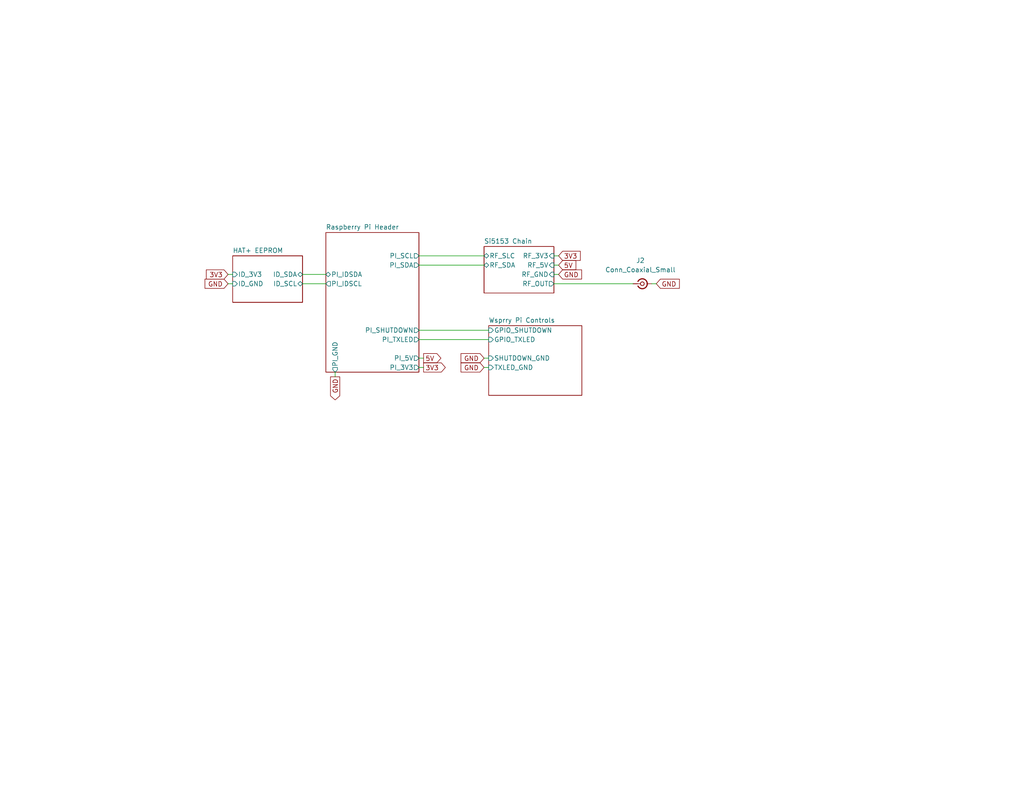
<source format=kicad_sch>
(kicad_sch (version 20250114) (generator "eeschema") (generator_version "9.0")
  (paper "A")
  (title_block (title "Wsprry Pi µHAT") (date "2026-02-03") (rev "0") (company "Lee C. Bussy [AA0NT]"))
  (lib_symbols
    (symbol "Connector:Conn_Coaxial_Small" (pin_numbers (hide yes)) (pin_names (offset 1.016) (hide yes))
      (property "Reference" "J" (at 0.254 3.048 0))
      (property "Value" "Conn_Coaxial_Small" (at 0 -3.81 0))
      (symbol "Conn_Coaxial_Small_0_1"
        (polyline (pts (xy -2.54 0) (xy -0.508 0)))
        (circle (center 0 0) (radius 0.508) (stroke (width 0.2032)))
      )
      (symbol "Conn_Coaxial_Small_1_1"
        (arc (start 1.3484 0.0039) (mid 0.327 -1.308) (end -1.1916 -0.6311) (stroke (width 0.3048)))
        (arc (start -1.1916 0.6311) (mid 0.327 1.3081) (end 1.3484 -0.0039) (stroke (width 0.3048)))
        (pin passive line (at -2.54 0 0) (length 1.27) (name "In") (number "1"))
        (pin passive line (at 2.54 0 180) (length 1.27) (name "Ext") (number "2"))
      )
    )
  )
  (wire (pts (xy 91.44 102.87) (xy 91.44 101.6)))
  (wire (pts (xy 151.13 74.93) (xy 152.4 74.93)))
  (wire (pts (xy 132.08 100.33) (xy 133.35 100.33)))
  (wire (pts (xy 133.35 92.71) (xy 114.3 92.71)))
  (wire (pts (xy 151.13 77.47) (xy 172.72 77.47)))
  (wire (pts (xy 114.3 100.33) (xy 115.57 100.33)))
  (wire (pts (xy 151.13 69.85) (xy 152.4 69.85)))
  (wire (pts (xy 132.08 97.79) (xy 133.35 97.79)))
  (wire (pts (xy 133.35 90.17) (xy 114.3 90.17)))
  (wire (pts (xy 63.5 74.93) (xy 62.23 74.93)))
  (wire (pts (xy 132.08 72.39) (xy 114.3 72.39)))
  (wire (pts (xy 177.8 77.47) (xy 179.07 77.47)))
  (wire (pts (xy 151.13 72.39) (xy 152.4 72.39)))
  (wire (pts (xy 82.55 74.93) (xy 88.9 74.93)))
  (wire (pts (xy 132.08 69.85) (xy 114.3 69.85)))
  (wire (pts (xy 82.55 77.47) (xy 88.9 77.47)))
  (wire (pts (xy 63.5 77.47) (xy 62.23 77.47)))
  (wire (pts (xy 114.3 97.79) (xy 115.57 97.79)))
  (global_label "GND" (shape output) (at 91.44 102.87 270) (property "Intersheetrefs" "${INTERSHEET_REFS}" (effects (hide yes))))
  (global_label "GND" (shape input) (at 152.4 74.93 0) (property "Intersheetrefs" "${INTERSHEET_REFS}" (effects (hide yes))))
  (global_label "GND" (shape input) (at 132.08 100.33 180) (property "Intersheetrefs" "${INTERSHEET_REFS}" (effects (hide yes))))
  (global_label "3V3" (shape input) (at 152.4 69.85 0) (property "Intersheetrefs" "${INTERSHEET_REFS}" (effects (hide yes))))
  (global_label "5V" (shape input) (at 152.4 72.39 0) (property "Intersheetrefs" "${INTERSHEET_REFS}" (effects (hide yes))))
  (global_label "3V3" (shape input) (at 62.23 74.93 180) (property "Intersheetrefs" "${INTERSHEET_REFS}" (effects (hide yes))))
  (global_label "5V" (shape output) (at 115.57 97.79 0) (property "Intersheetrefs" "${INTERSHEET_REFS}" (effects (hide yes))))
  (global_label "3V3" (shape output) (at 115.57 100.33 0) (property "Intersheetrefs" "${INTERSHEET_REFS}" (effects (hide yes))))
  (global_label "GND" (shape input) (at 62.23 77.47 180) (property "Intersheetrefs" "${INTERSHEET_REFS}" (effects (hide yes))))
  (global_label "GND" (shape input) (at 132.08 97.79 180) (property "Intersheetrefs" "${INTERSHEET_REFS}" (effects (hide yes))))
  (global_label "GND" (shape input) (at 179.07 77.47 0) (property "Intersheetrefs" "${INTERSHEET_REFS}" (effects (hide yes))))
  (symbol (lib_id "Connector:Conn_Coaxial_Small") (at 175.26 77.47 0) (unit 1)
    (property "Reference" "J2" (at 174.7404 71.12 0))
    (property "Value" "Conn_Coaxial_Small" (at 174.7404 73.66 0))
    (property "Description" "small coaxial connector (BNC, SMA, SMB, SMC, Cinch/RCA, LEMO, ...)" (effects (hide yes)))
  )
  (sheet (at 132.08 67.31) (size 19.05 12.7) (stroke (width 0.1524))
    (property "Sheetname" "Si5153 Chain" (at 132.08 66.5984 0) (effects (justify left bottom)))
    (property "Sheetfile" "../../WSPR Si5153 RF Chain/KiCad Design/WSPR Si5351 RF Chain.kicad_sch" (effects (hide yes)))
    (pin "RF_SLC" bidirectional (at 132.08 69.85 180))
    (pin "RF_3V3" input (at 151.13 69.85 0))
    (pin "RF_GND" input (at 151.13 74.93 0))
    (pin "RF_5V" input (at 151.13 72.39 0))
    (pin "RF_OUT" output (at 151.13 77.47 0))
    (pin "RF_SDA" bidirectional (at 132.08 72.39 180))
  )
  (sheet (at 63.5 69.85) (size 19.05 12.7) (stroke (width 0.1524))
    (property "Sheetname" "HAT+ EEPROM" (at 63.5 69.1384 0) (effects (justify left bottom)))
    (property "Sheetfile" "../../Raspberry Pi HAT EEPROM/KiCad Design/id_eeprom.kicad_sch" (effects (hide yes)))
    (pin "ID_SCL" bidirectional (at 82.55 77.47 0))
    (pin "ID_SDA" bidirectional (at 82.55 74.93 0))
    (pin "ID_GND" input (at 63.5 77.47 180))
    (pin "ID_3V3" input (at 63.5 74.93 180))
  )
  (sheet (at 88.9 63.5) (size 25.4 38.1) (stroke (width 0.1524))
    (property "Sheetname" "Raspberry Pi Header" (at 88.9 62.738 0) (effects (justify left bottom)))
    (property "Sheetfile" "../../Raspberry Pi Header/KiCad Design/Raspberry Pi Header.kicad_sch" (effects (hide yes)))
    (pin "PI_TXLED" output (at 114.3 92.71 0))
    (pin "PI_3V3" output (at 114.3 100.33 0))
    (pin "PI_IDSDA" bidirectional (at 88.9 74.93 180))
    (pin "PI_SDA" output (at 114.3 72.39 0))
    (pin "PI_SCL" output (at 114.3 69.85 0))
    (pin "PI_GND" output (at 91.44 101.6 270))
    (pin "PI_SHUTDOWN" output (at 114.3 90.17 0))
    (pin "PI_IDSCL" output (at 88.9 77.47 180))
    (pin "PI_5V" output (at 114.3 97.79 0))
  )
  (sheet (at 133.35 88.9) (size 25.4 19.05) (stroke (width 0.1524))
    (property "Sheetname" "Wsprry Pi Controls" (at 133.35 88.1884 0) (effects (justify left bottom)))
    (property "Sheetfile" "../../Wsprry Pi Controls/KiCad Design/Wsprry Pi Controls.kicad_sch" (effects (hide yes)))
    (pin "GPIO_SHUTDOWN" input (at 133.35 90.17 180))
    (pin "GPIO_TXLED" input (at 133.35 92.71 180))
    (pin "SHUTDOWN_GND" input (at 133.35 97.79 180))
    (pin "TXLED_GND" input (at 133.35 100.33 180))
  )
)
</source>
